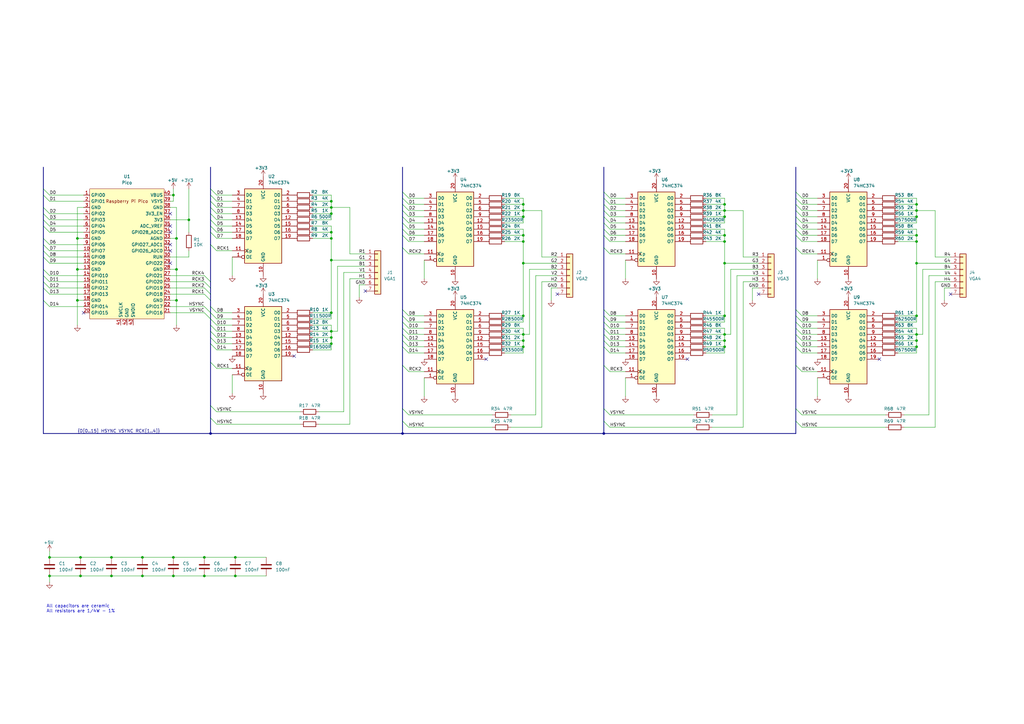
<source format=kicad_sch>
(kicad_sch (version 20211123) (generator eeschema)
  (paper "A3")
  (title_block (title "VGA Generator / Splitter") (date "2022-12-12") (rev "v0.1.0 rev.0") (company "Robson Martins") (comment 1 "https://github.com/robsonsmartins/vga_gen"))
  (junction (at 71.12 228.6))
  (junction (at 375.92 83.82))
  (junction (at 297.18 107.95))
  (junction (at 375.92 129.54))
  (junction (at 33.02 228.6))
  (junction (at 297.18 142.24))
  (junction (at 135.89 106.68))
  (junction (at 45.72 228.6))
  (junction (at 375.92 86.36))
  (junction (at 214.63 96.52))
  (junction (at 83.82 236.22))
  (junction (at 71.12 236.22))
  (junction (at 214.63 107.95))
  (junction (at 83.82 228.6))
  (junction (at 20.32 236.22))
  (junction (at 375.92 107.95))
  (junction (at 72.39 97.79))
  (junction (at 71.12 80.01))
  (junction (at 135.89 135.89))
  (junction (at 135.89 87.63))
  (junction (at 214.63 129.54))
  (junction (at 135.89 97.79))
  (junction (at 375.92 99.06))
  (junction (at 375.92 96.52))
  (junction (at 214.63 99.06))
  (junction (at 214.63 88.9))
  (junction (at 33.02 236.22))
  (junction (at 297.18 96.52))
  (junction (at 58.42 236.22))
  (junction (at 96.52 236.22))
  (junction (at 214.63 137.16))
  (junction (at 297.18 139.7))
  (junction (at 214.63 86.36))
  (junction (at 297.18 137.16))
  (junction (at 297.18 83.82))
  (junction (at 96.52 228.6))
  (junction (at 375.92 88.9))
  (junction (at 375.92 142.24))
  (junction (at 375.92 137.16))
  (junction (at 297.18 86.36))
  (junction (at 165.1 177.8))
  (junction (at 72.39 123.19))
  (junction (at 72.39 110.49))
  (junction (at 58.42 228.6))
  (junction (at 214.63 83.82))
  (junction (at 214.63 139.7))
  (junction (at 375.92 139.7))
  (junction (at 31.75 110.49))
  (junction (at 297.18 88.9))
  (junction (at 135.89 128.27))
  (junction (at 31.75 97.79))
  (junction (at 297.18 129.54))
  (junction (at 45.72 236.22))
  (junction (at 214.63 142.24))
  (junction (at 20.32 228.6))
  (junction (at 135.89 95.25))
  (junction (at 77.47 90.17))
  (junction (at 31.75 123.19))
  (junction (at 135.89 82.55))
  (junction (at 247.65 177.8))
  (junction (at 135.89 140.97))
  (junction (at 135.89 138.43))
  (junction (at 86.36 177.8))
  (junction (at 135.89 85.09))
  (junction (at 297.18 99.06))
  (no_connect (at 389.89 120.65))
  (no_connect (at 199.39 147.32))
  (no_connect (at 34.29 128.27))
  (no_connect (at 120.65 146.05))
  (no_connect (at 149.86 119.38))
  (no_connect (at 360.68 147.32))
  (no_connect (at 228.6 120.65))
  (no_connect (at 281.94 147.32))
  (no_connect (at 311.15 120.65))
  (no_connect (at 69.85 87.63))
  (no_connect (at 69.85 95.25))
  (no_connect (at 69.85 107.95))
  (no_connect (at 69.85 102.87))
  (no_connect (at 69.85 100.33))
  (no_connect (at 69.85 92.71))
  (bus_entry (at 326.39 139.7) (size 2.54 2.54))
  (bus_entry (at 326.39 142.24) (size 2.54 2.54))
  (bus_entry (at 326.39 132.08) (size 2.54 2.54))
  (bus_entry (at 326.39 149.86) (size 2.54 2.54))
  (bus_entry (at 247.65 83.82) (size 2.54 2.54))
  (bus_entry (at 165.1 88.9) (size 2.54 2.54))
  (bus_entry (at 86.36 171.45) (size 2.54 2.54))
  (bus_entry (at 86.36 166.37) (size 2.54 2.54))
  (bus_entry (at 165.1 167.64) (size 2.54 2.54))
  (bus_entry (at 165.1 129.54) (size 2.54 2.54))
  (bus_entry (at 165.1 91.44) (size 2.54 2.54))
  (bus_entry (at 247.65 81.28) (size 2.54 2.54))
  (bus_entry (at 326.39 172.72) (size 2.54 2.54))
  (bus_entry (at 247.65 149.86) (size 2.54 2.54))
  (bus_entry (at 165.1 137.16) (size 2.54 2.54))
  (bus_entry (at 165.1 142.24) (size 2.54 2.54))
  (bus_entry (at 247.65 172.72) (size 2.54 2.54))
  (bus_entry (at 247.65 88.9) (size 2.54 2.54))
  (bus_entry (at 326.39 96.52) (size 2.54 2.54))
  (bus_entry (at 165.1 93.98) (size 2.54 2.54))
  (bus_entry (at 247.65 101.6) (size 2.54 2.54))
  (bus_entry (at 247.65 137.16) (size 2.54 2.54))
  (bus_entry (at 83.82 128.27) (size 2.54 2.54))
  (bus_entry (at 83.82 125.73) (size 2.54 2.54))
  (bus_entry (at 83.82 113.03) (size 2.54 2.54))
  (bus_entry (at 83.82 115.57) (size 2.54 2.54))
  (bus_entry (at 83.82 118.11) (size 2.54 2.54))
  (bus_entry (at 83.82 120.65) (size 2.54 2.54))
  (bus_entry (at 86.36 148.59) (size 2.54 2.54))
  (bus_entry (at 86.36 100.33) (size 2.54 2.54))
  (bus_entry (at 165.1 127) (size 2.54 2.54))
  (bus_entry (at 165.1 101.6) (size 2.54 2.54))
  (bus_entry (at 165.1 83.82) (size 2.54 2.54))
  (bus_entry (at 326.39 167.64) (size 2.54 2.54))
  (bus_entry (at 165.1 149.86) (size 2.54 2.54))
  (bus_entry (at 326.39 129.54) (size 2.54 2.54))
  (bus_entry (at 247.65 132.08) (size 2.54 2.54))
  (bus_entry (at 247.65 127) (size 2.54 2.54))
  (bus_entry (at 247.65 96.52) (size 2.54 2.54))
  (bus_entry (at 165.1 172.72) (size 2.54 2.54))
  (bus_entry (at 247.65 167.64) (size 2.54 2.54))
  (bus_entry (at 326.39 127) (size 2.54 2.54))
  (bus_entry (at 165.1 96.52) (size 2.54 2.54))
  (bus_entry (at 165.1 139.7) (size 2.54 2.54))
  (bus_entry (at 247.65 78.74) (size 2.54 2.54))
  (bus_entry (at 326.39 101.6) (size 2.54 2.54))
  (bus_entry (at 326.39 137.16) (size 2.54 2.54))
  (bus_entry (at 17.78 100.33) (size 2.54 2.54))
  (bus_entry (at 17.78 97.79) (size 2.54 2.54))
  (bus_entry (at 17.78 102.87) (size 2.54 2.54))
  (bus_entry (at 17.78 105.41) (size 2.54 2.54))
  (bus_entry (at 17.78 113.03) (size 2.54 2.54))
  (bus_entry (at 17.78 110.49) (size 2.54 2.54))
  (bus_entry (at 17.78 80.01) (size 2.54 2.54))
  (bus_entry (at 17.78 85.09) (size 2.54 2.54))
  (bus_entry (at 17.78 92.71) (size 2.54 2.54))
  (bus_entry (at 17.78 90.17) (size 2.54 2.54))
  (bus_entry (at 17.78 87.63) (size 2.54 2.54))
  (bus_entry (at 17.78 118.11) (size 2.54 2.54))
  (bus_entry (at 17.78 115.57) (size 2.54 2.54))
  (bus_entry (at 17.78 123.19) (size 2.54 2.54))
  (bus_entry (at 86.36 95.25) (size 2.54 2.54))
  (bus_entry (at 86.36 92.71) (size 2.54 2.54))
  (bus_entry (at 86.36 128.27) (size 2.54 2.54))
  (bus_entry (at 86.36 125.73) (size 2.54 2.54))
  (bus_entry (at 86.36 135.89) (size 2.54 2.54))
  (bus_entry (at 86.36 133.35) (size 2.54 2.54))
  (bus_entry (at 86.36 138.43) (size 2.54 2.54))
  (bus_entry (at 86.36 130.81) (size 2.54 2.54))
  (bus_entry (at 86.36 140.97) (size 2.54 2.54))
  (bus_entry (at 86.36 87.63) (size 2.54 2.54))
  (bus_entry (at 86.36 85.09) (size 2.54 2.54))
  (bus_entry (at 86.36 77.47) (size 2.54 2.54))
  (bus_entry (at 86.36 80.01) (size 2.54 2.54))
  (bus_entry (at 86.36 82.55) (size 2.54 2.54))
  (bus_entry (at 86.36 90.17) (size 2.54 2.54))
  (bus_entry (at 165.1 86.36) (size 2.54 2.54))
  (bus_entry (at 326.39 78.74) (size 2.54 2.54))
  (bus_entry (at 247.65 139.7) (size 2.54 2.54))
  (bus_entry (at 326.39 81.28) (size 2.54 2.54))
  (bus_entry (at 165.1 134.62) (size 2.54 2.54))
  (bus_entry (at 247.65 129.54) (size 2.54 2.54))
  (bus_entry (at 247.65 86.36) (size 2.54 2.54))
  (bus_entry (at 247.65 134.62) (size 2.54 2.54))
  (bus_entry (at 247.65 93.98) (size 2.54 2.54))
  (bus_entry (at 326.39 91.44) (size 2.54 2.54))
  (bus_entry (at 326.39 83.82) (size 2.54 2.54))
  (bus_entry (at 326.39 93.98) (size 2.54 2.54))
  (bus_entry (at 326.39 86.36) (size 2.54 2.54))
  (bus_entry (at 326.39 88.9) (size 2.54 2.54))
  (bus_entry (at 165.1 132.08) (size 2.54 2.54))
  (bus_entry (at 165.1 81.28) (size 2.54 2.54))
  (bus_entry (at 326.39 134.62) (size 2.54 2.54))
  (bus_entry (at 247.65 91.44) (size 2.54 2.54))
  (bus_entry (at 17.78 77.47) (size 2.54 2.54))
  (bus_entry (at 165.1 78.74) (size 2.54 2.54))
  (bus_entry (at 247.65 142.24) (size 2.54 2.54))
  (bus (pts (xy 247.65 177.8) (xy 326.39 177.8)))
  (wire (pts (xy 297.18 83.82) (xy 297.18 81.28)))
  (bus (pts (xy 86.36 171.45) (xy 86.36 177.8)))
  (wire (pts (xy 328.93 152.4) (xy 335.28 152.4)))
  (wire (pts (xy 328.93 170.18) (xy 363.22 170.18)))
  (bus (pts (xy 326.39 86.36) (xy 326.39 88.9)))
  (bus (pts (xy 326.39 78.74) (xy 326.39 81.28)))
  (wire (pts (xy 88.9 135.89) (xy 95.25 135.89)))
  (wire (pts (xy 71.12 80.01) (xy 71.12 77.47)))
  (bus (pts (xy 326.39 134.62) (xy 326.39 137.16)))
  (wire (pts (xy 328.93 129.54) (xy 335.28 129.54)))
  (bus (pts (xy 247.65 101.6) (xy 247.65 127)))
  (wire (pts (xy 250.19 175.26) (xy 284.48 175.26)))
  (bus (pts (xy 86.36 177.8) (xy 165.1 177.8)))
  (wire (pts (xy 387.35 123.19) (xy 387.35 118.11)))
  (wire (pts (xy 20.32 100.33) (xy 34.29 100.33)))
  (wire (pts (xy 219.71 113.03) (xy 228.6 113.03)))
  (wire (pts (xy 328.93 132.08) (xy 335.28 132.08)))
  (bus (pts (xy 86.36 128.27) (xy 86.36 130.81)))
  (wire (pts (xy 328.93 139.7) (xy 335.28 139.7)))
  (wire (pts (xy 297.18 132.08) (xy 297.18 129.54)))
  (wire (pts (xy 20.32 236.22) (xy 20.32 238.76)))
  (bus (pts (xy 165.1 101.6) (xy 165.1 127)))
  (wire (pts (xy 214.63 96.52) (xy 214.63 93.98)))
  (wire (pts (xy 69.85 120.65) (xy 83.82 120.65)))
  (wire (pts (xy 250.19 88.9) (xy 256.54 88.9)))
  (bus (pts (xy 86.36 130.81) (xy 86.36 133.35)))
  (wire (pts (xy 375.92 86.36) (xy 375.92 83.82)))
  (bus (pts (xy 247.65 142.24) (xy 247.65 149.86)))
  (bus (pts (xy 165.1 142.24) (xy 165.1 149.86)))
  (bus (pts (xy 165.1 172.72) (xy 165.1 177.8)))
  (wire (pts (xy 217.17 110.49) (xy 228.6 110.49)))
  (wire (pts (xy 88.9 168.91) (xy 123.19 168.91)))
  (wire (pts (xy 20.32 120.65) (xy 34.29 120.65)))
  (wire (pts (xy 128.27 130.81) (xy 135.89 130.81)))
  (wire (pts (xy 304.8 175.26) (xy 304.8 115.57)))
  (wire (pts (xy 297.18 91.44) (xy 297.18 88.9)))
  (wire (pts (xy 289.56 132.08) (xy 297.18 132.08)))
  (wire (pts (xy 20.32 87.63) (xy 34.29 87.63)))
  (wire (pts (xy 375.92 83.82) (xy 375.92 81.28)))
  (wire (pts (xy 387.35 118.11) (xy 389.89 118.11)))
  (bus (pts (xy 17.78 102.87) (xy 17.78 105.41)))
  (wire (pts (xy 96.52 228.6) (xy 109.22 228.6)))
  (wire (pts (xy 304.8 86.36) (xy 304.8 105.41)))
  (wire (pts (xy 299.72 137.16) (xy 299.72 110.49)))
  (bus (pts (xy 165.1 86.36) (xy 165.1 88.9)))
  (wire (pts (xy 31.75 85.09) (xy 31.75 97.79)))
  (bus (pts (xy 247.65 167.64) (xy 247.65 172.72)))
  (wire (pts (xy 135.89 82.55) (xy 135.89 80.01)))
  (wire (pts (xy 95.25 153.67) (xy 95.25 161.29)))
  (wire (pts (xy 128.27 87.63) (xy 135.89 87.63)))
  (wire (pts (xy 214.63 137.16) (xy 217.17 137.16)))
  (bus (pts (xy 17.78 90.17) (xy 17.78 92.71)))
  (wire (pts (xy 304.8 105.41) (xy 311.15 105.41)))
  (wire (pts (xy 214.63 107.95) (xy 214.63 129.54)))
  (bus (pts (xy 86.36 80.01) (xy 86.36 82.55)))
  (wire (pts (xy 308.61 118.11) (xy 311.15 118.11)))
  (bus (pts (xy 247.65 127) (xy 247.65 129.54)))
  (bus (pts (xy 17.78 100.33) (xy 17.78 102.87)))
  (bus (pts (xy 165.1 137.16) (xy 165.1 139.7)))
  (bus (pts (xy 326.39 129.54) (xy 326.39 132.08)))
  (wire (pts (xy 375.92 137.16) (xy 378.46 137.16)))
  (wire (pts (xy 20.32 228.6) (xy 33.02 228.6)))
  (bus (pts (xy 165.1 91.44) (xy 165.1 93.98)))
  (bus (pts (xy 17.78 123.19) (xy 17.78 177.8)))
  (wire (pts (xy 135.89 97.79) (xy 135.89 106.68)))
  (wire (pts (xy 20.32 95.25) (xy 34.29 95.25)))
  (wire (pts (xy 368.3 96.52) (xy 375.92 96.52)))
  (wire (pts (xy 250.19 104.14) (xy 256.54 104.14)))
  (wire (pts (xy 328.93 91.44) (xy 335.28 91.44)))
  (wire (pts (xy 72.39 133.35) (xy 72.39 123.19)))
  (bus (pts (xy 17.78 113.03) (xy 17.78 115.57)))
  (wire (pts (xy 77.47 90.17) (xy 77.47 77.47)))
  (wire (pts (xy 250.19 132.08) (xy 256.54 132.08)))
  (wire (pts (xy 375.92 81.28) (xy 368.3 81.28)))
  (wire (pts (xy 214.63 83.82) (xy 214.63 81.28)))
  (wire (pts (xy 289.56 129.54) (xy 297.18 129.54)))
  (wire (pts (xy 375.92 134.62) (xy 368.3 134.62)))
  (wire (pts (xy 375.92 91.44) (xy 375.92 88.9)))
  (wire (pts (xy 209.55 175.26) (xy 222.25 175.26)))
  (wire (pts (xy 335.28 106.68) (xy 335.28 114.3)))
  (wire (pts (xy 250.19 83.82) (xy 256.54 83.82)))
  (wire (pts (xy 69.85 118.11) (xy 83.82 118.11)))
  (wire (pts (xy 135.89 140.97) (xy 135.89 138.43)))
  (wire (pts (xy 88.9 87.63) (xy 95.25 87.63)))
  (wire (pts (xy 20.32 125.73) (xy 34.29 125.73)))
  (wire (pts (xy 88.9 82.55) (xy 95.25 82.55)))
  (wire (pts (xy 214.63 144.78) (xy 214.63 142.24)))
  (wire (pts (xy 214.63 93.98) (xy 207.01 93.98)))
  (wire (pts (xy 289.56 137.16) (xy 297.18 137.16)))
  (wire (pts (xy 72.39 123.19) (xy 72.39 110.49)))
  (wire (pts (xy 335.28 154.94) (xy 335.28 162.56)))
  (bus (pts (xy 165.1 81.28) (xy 165.1 83.82)))
  (wire (pts (xy 167.64 152.4) (xy 173.99 152.4)))
  (wire (pts (xy 328.93 88.9) (xy 335.28 88.9)))
  (wire (pts (xy 77.47 105.41) (xy 77.47 102.87)))
  (wire (pts (xy 173.99 106.68) (xy 173.99 114.3)))
  (bus (pts (xy 247.65 91.44) (xy 247.65 93.98)))
  (wire (pts (xy 128.27 138.43) (xy 135.89 138.43)))
  (wire (pts (xy 128.27 143.51) (xy 135.89 143.51)))
  (wire (pts (xy 375.92 93.98) (xy 368.3 93.98)))
  (bus (pts (xy 165.1 129.54) (xy 165.1 132.08)))
  (bus (pts (xy 326.39 167.64) (xy 326.39 172.72)))
  (wire (pts (xy 207.01 99.06) (xy 214.63 99.06)))
  (wire (pts (xy 95.25 105.41) (xy 95.25 113.03)))
  (bus (pts (xy 86.36 138.43) (xy 86.36 140.97)))
  (bus (pts (xy 326.39 132.08) (xy 326.39 134.62)))
  (wire (pts (xy 33.02 236.22) (xy 45.72 236.22)))
  (wire (pts (xy 297.18 139.7) (xy 297.18 137.16)))
  (wire (pts (xy 88.9 85.09) (xy 95.25 85.09)))
  (bus (pts (xy 17.78 87.63) (xy 17.78 90.17)))
  (wire (pts (xy 375.92 142.24) (xy 375.92 139.7)))
  (wire (pts (xy 370.84 175.26) (xy 383.54 175.26)))
  (wire (pts (xy 88.9 140.97) (xy 95.25 140.97)))
  (wire (pts (xy 302.26 113.03) (xy 311.15 113.03)))
  (wire (pts (xy 167.64 139.7) (xy 173.99 139.7)))
  (wire (pts (xy 289.56 83.82) (xy 297.18 83.82)))
  (wire (pts (xy 368.3 142.24) (xy 375.92 142.24)))
  (wire (pts (xy 71.12 236.22) (xy 83.82 236.22)))
  (wire (pts (xy 88.9 97.79) (xy 95.25 97.79)))
  (wire (pts (xy 128.27 90.17) (xy 135.89 90.17)))
  (wire (pts (xy 135.89 85.09) (xy 135.89 82.55)))
  (bus (pts (xy 326.39 137.16) (xy 326.39 139.7)))
  (wire (pts (xy 58.42 236.22) (xy 71.12 236.22)))
  (bus (pts (xy 17.78 68.58) (xy 17.78 77.47)))
  (wire (pts (xy 130.81 168.91) (xy 140.97 168.91)))
  (wire (pts (xy 207.01 142.24) (xy 214.63 142.24)))
  (bus (pts (xy 86.36 77.47) (xy 86.36 80.01)))
  (wire (pts (xy 88.9 92.71) (xy 95.25 92.71)))
  (bus (pts (xy 86.36 85.09) (xy 86.36 87.63)))
  (bus (pts (xy 326.39 101.6) (xy 326.39 127)))
  (wire (pts (xy 207.01 86.36) (xy 214.63 86.36)))
  (wire (pts (xy 31.75 123.19) (xy 34.29 123.19)))
  (wire (pts (xy 368.3 144.78) (xy 375.92 144.78)))
  (wire (pts (xy 88.9 133.35) (xy 95.25 133.35)))
  (wire (pts (xy 328.93 175.26) (xy 363.22 175.26)))
  (bus (pts (xy 247.65 83.82) (xy 247.65 86.36)))
  (bus (pts (xy 86.36 133.35) (xy 86.36 135.89)))
  (bus (pts (xy 17.78 97.79) (xy 17.78 100.33)))
  (wire (pts (xy 328.93 81.28) (xy 335.28 81.28)))
  (wire (pts (xy 375.92 139.7) (xy 375.92 137.16)))
  (wire (pts (xy 256.54 106.68) (xy 256.54 114.3)))
  (bus (pts (xy 86.36 92.71) (xy 86.36 95.25)))
  (wire (pts (xy 368.3 99.06) (xy 375.92 99.06)))
  (wire (pts (xy 135.89 80.01) (xy 128.27 80.01)))
  (bus (pts (xy 247.65 172.72) (xy 247.65 177.8)))
  (bus (pts (xy 247.65 132.08) (xy 247.65 134.62)))
  (bus (pts (xy 247.65 88.9) (xy 247.65 91.44)))
  (wire (pts (xy 328.93 144.78) (xy 335.28 144.78)))
  (wire (pts (xy 20.32 82.55) (xy 34.29 82.55)))
  (wire (pts (xy 297.18 99.06) (xy 297.18 96.52)))
  (wire (pts (xy 214.63 99.06) (xy 214.63 107.95)))
  (bus (pts (xy 17.78 115.57) (xy 17.78 118.11)))
  (wire (pts (xy 375.92 86.36) (xy 383.54 86.36)))
  (wire (pts (xy 167.64 93.98) (xy 173.99 93.98)))
  (wire (pts (xy 328.93 86.36) (xy 335.28 86.36)))
  (wire (pts (xy 292.1 175.26) (xy 304.8 175.26)))
  (bus (pts (xy 17.78 77.47) (xy 17.78 80.01)))
  (wire (pts (xy 167.64 81.28) (xy 173.99 81.28)))
  (wire (pts (xy 135.89 106.68) (xy 149.86 106.68)))
  (wire (pts (xy 20.32 226.06) (xy 20.32 228.6)))
  (bus (pts (xy 326.39 93.98) (xy 326.39 96.52)))
  (wire (pts (xy 135.89 95.25) (xy 135.89 92.71)))
  (wire (pts (xy 167.64 132.08) (xy 173.99 132.08)))
  (wire (pts (xy 31.75 97.79) (xy 31.75 110.49)))
  (bus (pts (xy 165.1 134.62) (xy 165.1 137.16)))
  (wire (pts (xy 297.18 137.16) (xy 299.72 137.16)))
  (wire (pts (xy 297.18 144.78) (xy 297.18 142.24)))
  (bus (pts (xy 326.39 172.72) (xy 326.39 177.8)))
  (wire (pts (xy 71.12 82.55) (xy 71.12 80.01)))
  (wire (pts (xy 143.51 104.14) (xy 149.86 104.14)))
  (wire (pts (xy 34.29 97.79) (xy 31.75 97.79)))
  (wire (pts (xy 20.32 80.01) (xy 34.29 80.01)))
  (wire (pts (xy 69.85 125.73) (xy 83.82 125.73)))
  (wire (pts (xy 297.18 99.06) (xy 297.18 107.95)))
  (wire (pts (xy 72.39 85.09) (xy 69.85 85.09)))
  (wire (pts (xy 214.63 134.62) (xy 207.01 134.62)))
  (bus (pts (xy 17.78 92.71) (xy 17.78 97.79)))
  (wire (pts (xy 167.64 129.54) (xy 173.99 129.54)))
  (wire (pts (xy 217.17 137.16) (xy 217.17 110.49)))
  (wire (pts (xy 219.71 170.18) (xy 219.71 113.03)))
  (wire (pts (xy 69.85 128.27) (xy 83.82 128.27)))
  (wire (pts (xy 88.9 90.17) (xy 95.25 90.17)))
  (wire (pts (xy 88.9 138.43) (xy 95.25 138.43)))
  (bus (pts (xy 247.65 93.98) (xy 247.65 96.52)))
  (wire (pts (xy 88.9 130.81) (xy 95.25 130.81)))
  (wire (pts (xy 299.72 110.49) (xy 311.15 110.49)))
  (wire (pts (xy 222.25 115.57) (xy 228.6 115.57)))
  (bus (pts (xy 326.39 96.52) (xy 326.39 101.6)))
  (wire (pts (xy 128.27 140.97) (xy 135.89 140.97)))
  (wire (pts (xy 222.25 86.36) (xy 222.25 105.41)))
  (wire (pts (xy 135.89 92.71) (xy 128.27 92.71)))
  (wire (pts (xy 383.54 86.36) (xy 383.54 105.41)))
  (wire (pts (xy 214.63 139.7) (xy 214.63 137.16)))
  (wire (pts (xy 328.93 96.52) (xy 335.28 96.52)))
  (wire (pts (xy 375.92 99.06) (xy 375.92 96.52)))
  (wire (pts (xy 128.27 85.09) (xy 135.89 85.09)))
  (wire (pts (xy 72.39 123.19) (xy 69.85 123.19)))
  (wire (pts (xy 128.27 97.79) (xy 135.89 97.79)))
  (wire (pts (xy 289.56 99.06) (xy 297.18 99.06)))
  (wire (pts (xy 289.56 86.36) (xy 297.18 86.36)))
  (wire (pts (xy 167.64 86.36) (xy 173.99 86.36)))
  (wire (pts (xy 250.19 142.24) (xy 256.54 142.24)))
  (bus (pts (xy 247.65 149.86) (xy 247.65 167.64)))
  (wire (pts (xy 375.92 132.08) (xy 375.92 129.54)))
  (bus (pts (xy 326.39 81.28) (xy 326.39 83.82)))
  (wire (pts (xy 135.89 135.89) (xy 138.43 135.89)))
  (wire (pts (xy 58.42 228.6) (xy 71.12 228.6)))
  (wire (pts (xy 368.3 86.36) (xy 375.92 86.36)))
  (bus (pts (xy 86.36 125.73) (xy 86.36 128.27)))
  (wire (pts (xy 250.19 86.36) (xy 256.54 86.36)))
  (wire (pts (xy 69.85 115.57) (xy 83.82 115.57)))
  (wire (pts (xy 214.63 91.44) (xy 214.63 88.9)))
  (wire (pts (xy 20.32 236.22) (xy 33.02 236.22)))
  (wire (pts (xy 34.29 85.09) (xy 31.75 85.09)))
  (wire (pts (xy 297.18 81.28) (xy 289.56 81.28)))
  (wire (pts (xy 167.64 96.52) (xy 173.99 96.52)))
  (wire (pts (xy 167.64 91.44) (xy 173.99 91.44)))
  (wire (pts (xy 20.32 105.41) (xy 34.29 105.41)))
  (bus (pts (xy 165.1 68.58) (xy 165.1 78.74)))
  (wire (pts (xy 33.02 228.6) (xy 45.72 228.6)))
  (wire (pts (xy 375.92 144.78) (xy 375.92 142.24)))
  (wire (pts (xy 207.01 129.54) (xy 214.63 129.54)))
  (bus (pts (xy 86.36 148.59) (xy 86.36 166.37)))
  (bus (pts (xy 86.36 123.19) (xy 86.36 125.73)))
  (wire (pts (xy 368.3 137.16) (xy 375.92 137.16)))
  (wire (pts (xy 207.01 83.82) (xy 214.63 83.82)))
  (wire (pts (xy 138.43 135.89) (xy 138.43 109.22)))
  (wire (pts (xy 31.75 110.49) (xy 34.29 110.49)))
  (wire (pts (xy 328.93 104.14) (xy 335.28 104.14)))
  (wire (pts (xy 207.01 96.52) (xy 214.63 96.52)))
  (wire (pts (xy 130.81 173.99) (xy 143.51 173.99)))
  (wire (pts (xy 289.56 96.52) (xy 297.18 96.52)))
  (bus (pts (xy 165.1 93.98) (xy 165.1 96.52)))
  (wire (pts (xy 214.63 132.08) (xy 214.63 129.54)))
  (wire (pts (xy 250.19 96.52) (xy 256.54 96.52)))
  (wire (pts (xy 222.25 175.26) (xy 222.25 115.57)))
  (bus (pts (xy 165.1 78.74) (xy 165.1 81.28)))
  (bus (pts (xy 86.36 177.8) (xy 17.78 177.8)))
  (wire (pts (xy 173.99 154.94) (xy 173.99 162.56)))
  (wire (pts (xy 370.84 170.18) (xy 381 170.18)))
  (bus (pts (xy 326.39 139.7) (xy 326.39 142.24)))
  (wire (pts (xy 250.19 93.98) (xy 256.54 93.98)))
  (bus (pts (xy 326.39 127) (xy 326.39 129.54)))
  (bus (pts (xy 86.36 115.57) (xy 86.36 118.11)))
  (wire (pts (xy 69.85 113.03) (xy 83.82 113.03)))
  (bus (pts (xy 17.78 105.41) (xy 17.78 110.49)))
  (bus (pts (xy 247.65 134.62) (xy 247.65 137.16)))
  (wire (pts (xy 209.55 170.18) (xy 219.71 170.18)))
  (wire (pts (xy 250.19 91.44) (xy 256.54 91.44)))
  (wire (pts (xy 304.8 115.57) (xy 311.15 115.57)))
  (bus (pts (xy 17.78 110.49) (xy 17.78 113.03)))
  (wire (pts (xy 368.3 129.54) (xy 375.92 129.54)))
  (wire (pts (xy 88.9 80.01) (xy 95.25 80.01)))
  (bus (pts (xy 326.39 91.44) (xy 326.39 93.98)))
  (wire (pts (xy 328.93 142.24) (xy 335.28 142.24)))
  (wire (pts (xy 140.97 111.76) (xy 149.86 111.76)))
  (bus (pts (xy 326.39 83.82) (xy 326.39 86.36)))
  (wire (pts (xy 88.9 102.87) (xy 95.25 102.87)))
  (bus (pts (xy 247.65 81.28) (xy 247.65 83.82)))
  (wire (pts (xy 135.89 130.81) (xy 135.89 128.27)))
  (bus (pts (xy 165.1 127) (xy 165.1 129.54)))
  (wire (pts (xy 72.39 110.49) (xy 72.39 97.79)))
  (bus (pts (xy 86.36 166.37) (xy 86.36 171.45)))
  (wire (pts (xy 250.19 99.06) (xy 256.54 99.06)))
  (wire (pts (xy 128.27 95.25) (xy 135.89 95.25)))
  (wire (pts (xy 368.3 88.9) (xy 375.92 88.9)))
  (wire (pts (xy 72.39 97.79) (xy 72.39 85.09)))
  (wire (pts (xy 375.92 88.9) (xy 375.92 86.36)))
  (wire (pts (xy 226.06 123.19) (xy 226.06 118.11)))
  (wire (pts (xy 250.19 134.62) (xy 256.54 134.62)))
  (wire (pts (xy 140.97 168.91) (xy 140.97 111.76)))
  (wire (pts (xy 83.82 228.6) (xy 96.52 228.6)))
  (wire (pts (xy 135.89 135.89) (xy 135.89 133.35)))
  (wire (pts (xy 297.18 86.36) (xy 297.18 83.82)))
  (bus (pts (xy 86.36 82.55) (xy 86.36 85.09)))
  (wire (pts (xy 135.89 85.09) (xy 143.51 85.09)))
  (wire (pts (xy 214.63 142.24) (xy 214.63 139.7)))
  (wire (pts (xy 250.19 139.7) (xy 256.54 139.7)))
  (wire (pts (xy 214.63 107.95) (xy 228.6 107.95)))
  (bus (pts (xy 17.78 85.09) (xy 17.78 87.63)))
  (wire (pts (xy 289.56 88.9) (xy 297.18 88.9)))
  (bus (pts (xy 247.65 68.58) (xy 247.65 78.74)))
  (wire (pts (xy 378.46 137.16) (xy 378.46 110.49)))
  (wire (pts (xy 226.06 118.11) (xy 228.6 118.11)))
  (wire (pts (xy 328.93 134.62) (xy 335.28 134.62)))
  (wire (pts (xy 207.01 137.16) (xy 214.63 137.16)))
  (bus (pts (xy 86.36 118.11) (xy 86.36 120.65)))
  (bus (pts (xy 247.65 139.7) (xy 247.65 142.24)))
  (wire (pts (xy 297.18 107.95) (xy 311.15 107.95)))
  (bus (pts (xy 247.65 78.74) (xy 247.65 81.28)))
  (bus (pts (xy 326.39 142.24) (xy 326.39 149.86)))
  (bus (pts (xy 247.65 137.16) (xy 247.65 139.7)))
  (bus (pts (xy 86.36 120.65) (xy 86.36 123.19)))
  (wire (pts (xy 250.19 129.54) (xy 256.54 129.54)))
  (wire (pts (xy 375.92 137.16) (xy 375.92 134.62)))
  (wire (pts (xy 308.61 123.19) (xy 308.61 118.11)))
  (wire (pts (xy 297.18 142.24) (xy 297.18 139.7)))
  (wire (pts (xy 167.64 83.82) (xy 173.99 83.82)))
  (wire (pts (xy 375.92 107.95) (xy 375.92 129.54)))
  (wire (pts (xy 128.27 82.55) (xy 135.89 82.55)))
  (wire (pts (xy 88.9 128.27) (xy 95.25 128.27)))
  (wire (pts (xy 378.46 110.49) (xy 389.89 110.49)))
  (wire (pts (xy 297.18 93.98) (xy 289.56 93.98)))
  (wire (pts (xy 20.32 102.87) (xy 34.29 102.87)))
  (wire (pts (xy 289.56 144.78) (xy 297.18 144.78)))
  (wire (pts (xy 250.19 152.4) (xy 256.54 152.4)))
  (wire (pts (xy 69.85 90.17) (xy 77.47 90.17)))
  (bus (pts (xy 165.1 96.52) (xy 165.1 101.6)))
  (wire (pts (xy 167.64 137.16) (xy 173.99 137.16)))
  (wire (pts (xy 135.89 90.17) (xy 135.89 87.63)))
  (wire (pts (xy 138.43 109.22) (xy 149.86 109.22)))
  (wire (pts (xy 214.63 99.06) (xy 214.63 96.52)))
  (wire (pts (xy 20.32 107.95) (xy 34.29 107.95)))
  (bus (pts (xy 17.78 80.01) (xy 17.78 85.09)))
  (wire (pts (xy 167.64 99.06) (xy 173.99 99.06)))
  (wire (pts (xy 207.01 132.08) (xy 214.63 132.08)))
  (wire (pts (xy 214.63 86.36) (xy 214.63 83.82)))
  (wire (pts (xy 88.9 143.51) (xy 95.25 143.51)))
  (wire (pts (xy 147.32 121.92) (xy 147.32 116.84)))
  (wire (pts (xy 207.01 144.78) (xy 214.63 144.78)))
  (wire (pts (xy 71.12 228.6) (xy 83.82 228.6)))
  (wire (pts (xy 69.85 105.41) (xy 77.47 105.41)))
  (wire (pts (xy 368.3 139.7) (xy 375.92 139.7)))
  (wire (pts (xy 292.1 170.18) (xy 302.26 170.18)))
  (wire (pts (xy 207.01 88.9) (xy 214.63 88.9)))
  (wire (pts (xy 297.18 96.52) (xy 297.18 93.98)))
  (bus (pts (xy 86.36 135.89) (xy 86.36 138.43)))
  (bus (pts (xy 165.1 177.8) (xy 247.65 177.8)))
  (wire (pts (xy 297.18 134.62) (xy 289.56 134.62)))
  (wire (pts (xy 297.18 137.16) (xy 297.18 134.62)))
  (wire (pts (xy 167.64 104.14) (xy 173.99 104.14)))
  (wire (pts (xy 368.3 132.08) (xy 375.92 132.08)))
  (wire (pts (xy 20.32 90.17) (xy 34.29 90.17)))
  (wire (pts (xy 375.92 99.06) (xy 375.92 107.95)))
  (wire (pts (xy 96.52 236.22) (xy 109.22 236.22)))
  (wire (pts (xy 328.93 83.82) (xy 335.28 83.82)))
  (wire (pts (xy 20.32 118.11) (xy 34.29 118.11)))
  (wire (pts (xy 383.54 175.26) (xy 383.54 115.57)))
  (wire (pts (xy 302.26 170.18) (xy 302.26 113.03)))
  (wire (pts (xy 250.19 144.78) (xy 256.54 144.78)))
  (wire (pts (xy 20.32 115.57) (xy 34.29 115.57)))
  (bus (pts (xy 326.39 149.86) (xy 326.39 167.64)))
  (wire (pts (xy 31.75 123.19) (xy 31.75 110.49)))
  (bus (pts (xy 326.39 88.9) (xy 326.39 91.44)))
  (wire (pts (xy 375.92 96.52) (xy 375.92 93.98)))
  (bus (pts (xy 247.65 96.52) (xy 247.65 101.6)))
  (wire (pts (xy 368.3 91.44) (xy 375.92 91.44)))
  (wire (pts (xy 135.89 143.51) (xy 135.89 140.97)))
  (wire (pts (xy 69.85 97.79) (xy 72.39 97.79)))
  (wire (pts (xy 143.51 85.09) (xy 143.51 104.14)))
  (wire (pts (xy 207.01 139.7) (xy 214.63 139.7)))
  (wire (pts (xy 328.93 137.16) (xy 335.28 137.16)))
  (wire (pts (xy 214.63 81.28) (xy 207.01 81.28)))
  (wire (pts (xy 375.92 107.95) (xy 389.89 107.95)))
  (bus (pts (xy 86.36 87.63) (xy 86.36 90.17)))
  (wire (pts (xy 383.54 105.41) (xy 389.89 105.41)))
  (wire (pts (xy 88.9 95.25) (xy 95.25 95.25)))
  (wire (pts (xy 289.56 142.24) (xy 297.18 142.24)))
  (bus (pts (xy 165.1 88.9) (xy 165.1 91.44)))
  (wire (pts (xy 128.27 135.89) (xy 135.89 135.89)))
  (wire (pts (xy 135.89 106.68) (xy 135.89 128.27)))
  (wire (pts (xy 167.64 88.9) (xy 173.99 88.9)))
  (wire (pts (xy 289.56 139.7) (xy 297.18 139.7)))
  (bus (pts (xy 86.36 90.17) (xy 86.36 92.71)))
  (wire (pts (xy 297.18 88.9) (xy 297.18 86.36)))
  (wire (pts (xy 214.63 86.36) (xy 222.25 86.36)))
  (wire (pts (xy 135.89 138.43) (xy 135.89 135.89)))
  (wire (pts (xy 20.32 113.03) (xy 34.29 113.03)))
  (wire (pts (xy 88.9 173.99) (xy 123.19 173.99)))
  (bus (pts (xy 165.1 149.86) (xy 165.1 167.64)))
  (wire (pts (xy 167.64 175.26) (xy 201.93 175.26)))
  (wire (pts (xy 143.51 114.3) (xy 149.86 114.3)))
  (wire (pts (xy 383.54 115.57) (xy 389.89 115.57)))
  (wire (pts (xy 328.93 99.06) (xy 335.28 99.06)))
  (bus (pts (xy 86.36 100.33) (xy 86.36 115.57)))
  (wire (pts (xy 250.19 170.18) (xy 284.48 170.18)))
  (wire (pts (xy 147.32 116.84) (xy 149.86 116.84)))
  (bus (pts (xy 165.1 167.64) (xy 165.1 172.72)))
  (bus (pts (xy 86.36 95.25) (xy 86.36 100.33)))
  (bus (pts (xy 86.36 68.58) (xy 86.36 77.47)))
  (wire (pts (xy 45.72 236.22) (xy 58.42 236.22)))
  (bus (pts (xy 165.1 83.82) (xy 165.1 86.36)))
  (wire (pts (xy 128.27 128.27) (xy 135.89 128.27)))
  (wire (pts (xy 167.64 134.62) (xy 173.99 134.62)))
  (bus (pts (xy 247.65 86.36) (xy 247.65 88.9)))
  (bus (pts (xy 17.78 118.11) (xy 17.78 123.19)))
  (wire (pts (xy 135.89 87.63) (xy 135.89 85.09)))
  (wire (pts (xy 381 113.03) (xy 389.89 113.03)))
  (wire (pts (xy 250.19 137.16) (xy 256.54 137.16)))
  (wire (pts (xy 214.63 137.16) (xy 214.63 134.62)))
  (wire (pts (xy 214.63 88.9) (xy 214.63 86.36)))
  (wire (pts (xy 20.32 92.71) (xy 34.29 92.71)))
  (wire (pts (xy 31.75 133.35) (xy 31.75 123.19)))
  (wire (pts (xy 207.01 91.44) (xy 214.63 91.44)))
  (wire (pts (xy 368.3 83.82) (xy 375.92 83.82)))
  (bus (pts (xy 165.1 132.08) (xy 165.1 134.62)))
  (wire (pts (xy 135.89 133.35) (xy 128.27 133.35)))
  (wire (pts (xy 328.93 93.98) (xy 335.28 93.98)))
  (wire (pts (xy 83.82 236.22) (xy 96.52 236.22)))
  (wire (pts (xy 69.85 80.01) (xy 71.12 80.01)))
  (wire (pts (xy 167.64 170.18) (xy 201.93 170.18)))
  (wire (pts (xy 77.47 90.17) (xy 77.47 95.25)))
  (wire (pts (xy 297.18 86.36) (xy 304.8 86.36)))
  (bus (pts (xy 86.36 140.97) (xy 86.36 148.59)))
  (wire (pts (xy 289.56 91.44) (xy 297.18 91.44)))
  (wire (pts (xy 381 170.18) (xy 381 113.03)))
  (wire (pts (xy 45.72 228.6) (xy 58.42 228.6)))
  (bus (pts (xy 326.39 68.58) (xy 326.39 78.74)))
  (wire (pts (xy 167.64 142.24) (xy 173.99 142.24)))
  (wire (pts (xy 297.18 107.95) (xy 297.18 129.54)))
  (wire (pts (xy 135.89 97.79) (xy 135.89 95.25)))
  (bus (pts (xy 247.65 129.54) (xy 247.65 132.08)))
  (wire (pts (xy 88.9 151.13) (xy 95.25 151.13)))
  (wire (pts (xy 143.51 173.99) (xy 143.51 114.3)))
  (wire (pts (xy 256.54 154.94) (xy 256.54 162.56)))
  (wire (pts (xy 167.64 144.78) (xy 173.99 144.78)))
  (bus (pts (xy 165.1 139.7) (xy 165.1 142.24)))
  (wire (pts (xy 250.19 81.28) (xy 256.54 81.28)))
  (wire (pts (xy 222.25 105.41) (xy 228.6 105.41)))
  (wire (pts (xy 72.39 110.49) (xy 69.85 110.49)))
  (wire (pts (xy 69.85 82.55) (xy 71.12 82.55)))
  (text "All capacitors are ceramic\nAll resistors are 1/4W - 1%" (at 19.05 251.46 0) (effects (font (size 1.27 1.27)) (justify left bottom)))
  (label "D12" (at 328.93 139.7 0))
  (label "RCK1" (at 88.9 102.87 0))
  (label "D11" (at 20.32 115.57 0))
  (label "H1" (at 149.86 114.3 180))
  (label "D8" (at 167.64 129.54 0))
  (label "D6" (at 250.19 96.52 0))
  (label "VSYNC" (at 88.9 168.91 0))
  (label "D3" (at 20.32 90.17 0))
  (label "VSYNC" (at 167.64 170.18 0))
  (label "VSYNC" (at 328.93 170.18 0))
  (label "B2" (at 228.6 110.49 180))
  (label "D9" (at 20.32 107.95 0))
  (label "D10" (at 328.93 134.62 0))
  (label "{D[0..15] HSYNC VSYNC RCK[1..4]}" (at 31.75 177.8 0))
  (label "GND" (at 228.6 118.11 180))
  (label "RCK1" (at 83.82 120.65 180))
  (label "D1" (at 250.19 83.82 0))
  (label "D12" (at 20.32 118.11 0))
  (label "D8" (at 250.19 129.54 0))
  (label "RCK4" (at 328.93 152.4 0))
  (label "D11" (at 328.93 137.16 0))
  (label "D6" (at 20.32 100.33 0))
  (label "D0" (at 20.32 80.01 0))
  (label "D10" (at 20.32 113.03 0))
  (label "G2" (at 228.6 107.95 180))
  (label "D2" (at 88.9 85.09 0))
  (label "D1" (at 328.93 83.82 0))
  (label "GND" (at 311.15 118.11 180))
  (label "D4" (at 328.93 91.44 0))
  (label "RCK2" (at 167.64 152.4 0))
  (label "D0" (at 250.19 81.28 0))
  (label "D11" (at 167.64 137.16 0))
  (label "D13" (at 167.64 142.24 0))
  (label "D7" (at 167.64 99.06 0))
  (label "D4" (at 167.64 91.44 0))
  (label "D0" (at 88.9 80.01 0))
  (label "D9" (at 88.9 130.81 0))
  (label "D3" (at 250.19 88.9 0))
  (label "D10" (at 88.9 133.35 0))
  (label "H4" (at 389.89 115.57 180))
  (label "R3" (at 311.15 105.41 180))
  (label "D12" (at 250.19 139.7 0))
  (label "D4" (at 20.32 92.71 0))
  (label "G3" (at 311.15 107.95 180))
  (label "G1" (at 149.86 106.68 180))
  (label "R1" (at 149.86 104.14 180))
  (label "D4" (at 250.19 91.44 0))
  (label "HSYNC" (at 250.19 175.26 0))
  (label "D14" (at 167.64 144.78 0))
  (label "D10" (at 250.19 134.62 0))
  (label "D0" (at 328.93 81.28 0))
  (label "D8" (at 328.93 129.54 0))
  (label "D9" (at 250.19 132.08 0))
  (label "RCK2" (at 83.82 118.11 180))
  (label "D12" (at 167.64 139.7 0))
  (label "D3" (at 88.9 87.63 0))
  (label "D6" (at 88.9 95.25 0))
  (label "D7" (at 250.19 99.06 0))
  (label "D6" (at 328.93 96.52 0))
  (label "D8" (at 88.9 128.27 0))
  (label "D9" (at 167.64 132.08 0))
  (label "B3" (at 311.15 110.49 180))
  (label "D13" (at 88.9 140.97 0))
  (label "GND" (at 389.89 118.11 180))
  (label "RCK3" (at 250.19 152.4 0))
  (label "RCK2" (at 167.64 104.14 0))
  (label "RCK3" (at 83.82 115.57 180))
  (label "D11" (at 250.19 137.16 0))
  (label "D5" (at 328.93 93.98 0))
  (label "RCK1" (at 88.9 151.13 0))
  (label "D13" (at 328.93 142.24 0))
  (label "R2" (at 228.6 105.41 180))
  (label "H2" (at 228.6 115.57 180))
  (label "D3" (at 167.64 88.9 0))
  (label "V3" (at 311.15 113.03 180))
  (label "VSYNC" (at 250.19 170.18 0))
  (label "D2" (at 20.32 87.63 0))
  (label "B4" (at 389.89 110.49 180))
  (label "D5" (at 20.32 95.25 0))
  (label "D10" (at 167.64 134.62 0))
  (label "D13" (at 20.32 120.65 0))
  (label "D11" (at 88.9 135.89 0))
  (label "HSYNC" (at 328.93 175.26 0))
  (label "V1" (at 149.86 111.76 180))
  (label "GND" (at 149.86 116.84 180))
  (label "D14" (at 250.19 144.78 0))
  (label "V4" (at 389.89 113.03 180))
  (label "R4" (at 389.89 105.41 180))
  (label "D14" (at 328.93 144.78 0))
  (label "D14" (at 88.9 143.51 0))
  (label "D7" (at 88.9 97.79 0))
  (label "D2" (at 328.93 86.36 0))
  (label "D5" (at 88.9 92.71 0))
  (label "D14" (at 20.32 125.73 0))
  (label "HSYNC" (at 83.82 125.73 180))
  (label "D7" (at 328.93 99.06 0))
  (label "RCK4" (at 328.93 104.14 0))
  (label "D2" (at 167.64 86.36 0))
  (label "G4" (at 389.89 107.95 180))
  (label "D5" (at 250.19 93.98 0))
  (label "D3" (at 328.93 88.9 0))
  (label "D9" (at 328.93 132.08 0))
  (label "D1" (at 88.9 82.55 0))
  (label "D12" (at 88.9 138.43 0))
  (label "D8" (at 20.32 105.41 0))
  (label "D7" (at 20.32 102.87 0))
  (label "VSYNC" (at 83.82 128.27 180))
  (label "HSYNC" (at 88.9 173.99 0))
  (label "D1" (at 167.64 83.82 0))
  (label "D6" (at 167.64 96.52 0))
  (label "D0" (at 167.64 81.28 0))
  (label "B1" (at 149.86 109.22 180))
  (label "RCK4" (at 83.82 113.03 180))
  (label "HSYNC" (at 167.64 175.26 0))
  (label "D1" (at 20.32 82.55 0))
  (label "D5" (at 167.64 93.98 0))
  (label "D4" (at 88.9 90.17 0))
  (label "D13" (at 250.19 142.24 0))
  (label "RCK3" (at 250.19 104.14 0))
  (label "D2" (at 250.19 86.36 0))
  (label "V2" (at 228.6 113.03 180))
  (label "H3" (at 311.15 115.57 180))
  (symbol (lib_id "power:GND") (at 256.54 162.56 0) (unit 1)
    (property "Reference" "#PWR023" (effects hide))
    (property "Value" "GND" (effects hide))
  )
  (symbol (lib_id "power:GND") (at 95.25 113.03 0) (unit 1)
    (property "Reference" "#PWR05" (effects hide))
    (property "Value" "GND" (effects hide))
  )
  (symbol (lib_id "Device:R") (at 203.2 134.62 90) (unit 1)
    (property "Reference" "R29" (at 207.645 133.35 90))
    (property "Value" "8K" (at 212.09 133.35 90))
    (property "Footprint" "Resistor_THT:R_Axial_DIN0207_L6.3mm_D2.5mm_P10.16mm_Horizontal" (effects hide))
  )
  (symbol (lib_id "Device:R") (at 203.2 129.54 90) (unit 1)
    (property "Reference" "R27" (at 207.645 128.27 90))
    (property "Value" "1K" (at 212.09 128.27 90))
    (property "Footprint" "Resistor_THT:R_Axial_DIN0207_L6.3mm_D2.5mm_P10.16mm_Horizontal" (effects hide))
  )
  (symbol (lib_id "Device:R") (at 124.46 133.35 90) (unit 1)
    (property "Reference" "R12" (at 128.905 132.08 90))
    (property "Value" "8K" (at 133.35 132.08 90))
    (property "Footprint" "Resistor_THT:R_Axial_DIN0207_L6.3mm_D2.5mm_P10.16mm_Horizontal" (effects hide))
  )
  (symbol (lib_id "Device:R") (at 288.29 175.26 90) (unit 1)
    (property "Reference" "R52" (at 285.75 172.72 90))
    (property "Value" "47R" (at 290.83 172.72 90))
    (property "Footprint" "Resistor_THT:R_Axial_DIN0207_L6.3mm_D2.5mm_P10.16mm_Horizontal" (effects hide))
  )
  (symbol (lib_id "Device:R") (at 364.49 142.24 90) (unit 1)
    (property "Reference" "R66" (at 368.935 140.97 90))
    (property "Value" "1K" (at 373.38 140.97 90))
    (property "Footprint" "Resistor_THT:R_Axial_DIN0207_L6.3mm_D2.5mm_P10.16mm_Horizontal" (effects hide))
  )
  (symbol (lib_id "power:GND") (at 186.69 114.3 0) (unit 1)
    (property "Reference" "#PWR017" (effects hide))
    (property "Value" "GND" (effects hide))
  )
  (symbol (lib_id "power:GND") (at 387.35 123.19 0) (unit 1)
    (property "Reference" "#PWR036" (effects hide))
    (property "Value" "GND" (effects hide))
  )
  (symbol (lib_id "power:GND") (at 269.24 162.56 0) (unit 1)
    (property "Reference" "#PWR027" (effects hide))
    (property "Value" "GND" (effects hide))
  )
  (symbol (lib_id "Device:R") (at 285.75 137.16 90) (unit 1)
    (property "Reference" "R47" (at 290.195 135.89 90))
    (property "Value" "4K" (at 294.64 135.89 90))
    (property "Footprint" "Resistor_THT:R_Axial_DIN0207_L6.3mm_D2.5mm_P10.16mm_Horizontal" (effects hide))
  )
  (symbol (lib_id "Connector_Generic:Conn_01x07") (at 316.23 113.03 0) (unit 1)
    (property "Reference" "J3" (at 318.77 111.7599 0) (effects (justify left)))
    (property "Value" "VGA3" (at 318.77 114.2999 0) (effects (justify left)))
    (property "Footprint" "Connector_PinSocket_2.54mm:PinSocket_1x07_P2.54mm_Vertical" (effects hide))
  )
  (symbol (lib_id "Device:C") (at 33.02 232.41 0) (unit 1)
    (property "Reference" "C2" (at 36.83 231.1399 0) (effects (justify left)))
    (property "Value" "100nF" (at 36.83 233.6799 0) (effects (justify left)))
    (property "Footprint" "Capacitor_THT:C_Disc_D12.5mm_W5.0mm_P10.00mm" (effects hide))
  )
  (symbol (lib_id "power:+3V3") (at 269.24 121.92 0) (unit 1)
    (property "Reference" "#PWR026" (effects hide))
    (property "Value" "+3V3" (at 268.4371 118.4122 0))
  )
  (symbol (lib_id "74xx:74HC374") (at 186.69 142.24 0) (unit 1)
    (property "Reference" "U5" (at 188.7094 121.92 0) (effects (justify left)))
    (property "Value" "74HC374" (at 188.7094 124.46 0) (effects (justify left)))
    (property "Footprint" "Package_DIP:DIP-20_W7.62mm_LongPads" (effects hide))
    (property "Datasheet" "https://www.ti.com/lit/ds/symlink/cd74hct374.pdf" (effects hide))
  )
  (symbol (lib_id "Device:R") (at 367.03 175.26 90) (unit 1)
    (property "Reference" "R69" (at 364.49 172.72 90))
    (property "Value" "47R" (at 369.57 172.72 90))
    (property "Footprint" "Resistor_THT:R_Axial_DIN0207_L6.3mm_D2.5mm_P10.16mm_Horizontal" (effects hide))
  )
  (symbol (lib_id "Device:C") (at 71.12 232.41 0) (unit 1)
    (property "Reference" "C5" (at 74.93 231.1399 0) (effects (justify left)))
    (property "Value" "100nF" (at 74.93 233.6799 0) (effects (justify left)))
    (property "Footprint" "Capacitor_THT:C_Disc_D12.5mm_W5.0mm_P10.00mm" (effects hide))
  )
  (symbol (lib_id "power:GND") (at 107.95 161.29 0) (unit 1)
    (property "Reference" "#PWR011" (effects hide))
    (property "Value" "GND" (effects hide))
  )
  (symbol (lib_id "power:GND") (at 335.28 114.3 0) (unit 1)
    (property "Reference" "#PWR029" (effects hide))
    (property "Value" "GND" (effects hide))
  )
  (symbol (lib_id "Device:R") (at 203.2 144.78 90) (unit 1)
    (property "Reference" "R33" (at 207.645 143.51 90))
    (property "Value" "500R" (at 212.09 143.51 90))
    (property "Footprint" "Resistor_THT:R_Axial_DIN0207_L6.3mm_D2.5mm_P10.16mm_Horizontal" (effects hide))
  )
  (symbol (lib_id "power:GND") (at 186.69 162.56 0) (unit 1)
    (property "Reference" "#PWR019" (effects hide))
    (property "Value" "GND" (effects hide))
  )
  (symbol (lib_id "74xx:74HC374") (at 347.98 93.98 0) (unit 1)
    (property "Reference" "U8" (at 349.9994 73.66 0) (effects (justify left)))
    (property "Value" "74HC374" (at 349.9994 76.2 0) (effects (justify left)))
    (property "Footprint" "Package_DIP:DIP-20_W7.62mm_LongPads" (effects hide))
    (property "Datasheet" "https://www.ti.com/lit/ds/symlink/cd74hct374.pdf" (effects hide))
  )
  (symbol (lib_id "Device:R") (at 364.49 81.28 90) (unit 1)
    (property "Reference" "R53" (at 368.935 80.01 90))
    (property "Value" "8K" (at 373.38 80.01 90))
    (property "Footprint" "Resistor_THT:R_Axial_DIN0207_L6.3mm_D2.5mm_P10.16mm_Horizontal" (effects hide))
  )
  (symbol (lib_id "74xx:74HC374") (at 269.24 93.98 0) (unit 1)
    (property "Reference" "U6" (at 271.2594 73.66 0) (effects (justify left)))
    (property "Value" "74HC374" (at 271.2594 76.2 0) (effects (justify left)))
    (property "Footprint" "Package_DIP:DIP-20_W7.62mm_LongPads" (effects hide))
    (property "Datasheet" "https://www.ti.com/lit/ds/symlink/cd74hct374.pdf" (effects hide))
  )
  (symbol (lib_id "Device:R") (at 127 168.91 90) (unit 1)
    (property "Reference" "R17" (at 124.46 166.37 90))
    (property "Value" "47R" (at 129.54 166.37 90))
    (property "Footprint" "Resistor_THT:R_Axial_DIN0207_L6.3mm_D2.5mm_P10.16mm_Horizontal" (effects hide))
  )
  (symbol (lib_id "Device:R") (at 364.49 137.16 90) (unit 1)
    (property "Reference" "R64" (at 368.935 135.89 90))
    (property "Value" "4K" (at 373.38 135.89 90))
    (property "Footprint" "Resistor_THT:R_Axial_DIN0207_L6.3mm_D2.5mm_P10.16mm_Horizontal" (effects hide))
  )
  (symbol (lib_id "MCU_RaspberryPi_and_Boards:Pico") (at 52.07 104.14 0) (unit 1)
    (property "Reference" "U1" (at 52.07 72.39 0))
    (property "Value" "Pico" (at 52.07 74.93 0))
    (property "Footprint" "MCU_RaspberryPi_and_Boards:RPi_Pico_SMD_TH" (effects hide))
  )
  (symbol (lib_id "Device:R") (at 124.46 140.97 90) (unit 1)
    (property "Reference" "R15" (at 128.905 139.7 90))
    (property "Value" "1K" (at 133.35 139.7 90))
    (property "Footprint" "Resistor_THT:R_Axial_DIN0207_L6.3mm_D2.5mm_P10.16mm_Horizontal" (effects hide))
  )
  (symbol (lib_id "Connector_Generic:Conn_01x07") (at 394.97 113.03 0) (unit 1)
    (property "Reference" "J4" (at 397.51 111.7599 0) (effects (justify left)))
    (property "Value" "VGA4" (at 397.51 114.2999 0) (effects (justify left)))
    (property "Footprint" "Connector_PinSocket_2.54mm:PinSocket_1x07_P2.54mm_Vertical" (effects hide))
  )
  (symbol (lib_id "Device:R") (at 285.75 86.36 90) (unit 1)
    (property "Reference" "R38" (at 290.195 85.09 90))
    (property "Value" "2K" (at 294.64 85.09 90))
    (property "Footprint" "Resistor_THT:R_Axial_DIN0207_L6.3mm_D2.5mm_P10.16mm_Horizontal" (effects hide))
  )
  (symbol (lib_id "Device:R") (at 203.2 93.98 90) (unit 1)
    (property "Reference" "R24" (at 207.645 92.71 90))
    (property "Value" "8K" (at 212.09 92.71 90))
    (property "Footprint" "Resistor_THT:R_Axial_DIN0207_L6.3mm_D2.5mm_P10.16mm_Horizontal" (effects hide))
  )
  (symbol (lib_id "Device:R") (at 285.75 144.78 90) (unit 1)
    (property "Reference" "R50" (at 290.195 143.51 90))
    (property "Value" "500R" (at 294.64 143.51 90))
    (property "Footprint" "Resistor_THT:R_Axial_DIN0207_L6.3mm_D2.5mm_P10.16mm_Horizontal" (effects hide))
  )
  (symbol (lib_id "Device:R") (at 203.2 137.16 90) (unit 1)
    (property "Reference" "R30" (at 207.645 135.89 90))
    (property "Value" "4K" (at 212.09 135.89 90))
    (property "Footprint" "Resistor_THT:R_Axial_DIN0207_L6.3mm_D2.5mm_P10.16mm_Horizontal" (effects hide))
  )
  (symbol (lib_id "Device:R") (at 364.49 144.78 90) (unit 1)
    (property "Reference" "R67" (at 368.935 143.51 90))
    (property "Value" "500R" (at 373.38 143.51 90))
    (property "Footprint" "Resistor_THT:R_Axial_DIN0207_L6.3mm_D2.5mm_P10.16mm_Horizontal" (effects hide))
  )
  (symbol (lib_id "power:GND") (at 72.39 133.35 0) (unit 1)
    (property "Reference" "#PWR03" (effects hide))
    (property "Value" "GND" (effects hide))
  )
  (symbol (lib_id "Device:R") (at 77.47 99.06 180) (unit 1)
    (property "Reference" "R1" (at 79.3333 98.2791 0) (effects (justify right)))
    (property "Value" "10K" (at 79.3715 100.3441 0) (effects (justify right)))
    (property "Footprint" "Resistor_THT:R_Axial_DIN0207_L6.3mm_D2.5mm_P10.16mm_Horizontal" (effects hide))
  )
  (symbol (lib_id "Device:R") (at 205.74 170.18 90) (unit 1)
    (property "Reference" "R34" (at 203.2 167.64 90))
    (property "Value" "47R" (at 208.28 167.64 90))
    (property "Footprint" "Resistor_THT:R_Axial_DIN0207_L6.3mm_D2.5mm_P10.16mm_Horizontal" (effects hide))
  )
  (symbol (lib_id "power:GND") (at 269.24 114.3 0) (unit 1)
    (property "Reference" "#PWR025" (effects hide))
    (property "Value" "GND" (effects hide))
  )
  (symbol (lib_id "power:+3V3") (at 186.69 73.66 0) (unit 1)
    (property "Reference" "#PWR016" (effects hide))
    (property "Value" "+3V3" (at 185.8871 70.1522 0))
  )
  (symbol (lib_id "Device:C") (at 109.22 232.41 0) (unit 1)
    (property "Reference" "C8" (at 113.03 231.1399 0) (effects (justify left)))
    (property "Value" "100nF" (at 113.03 233.6799 0) (effects (justify left)))
    (property "Footprint" "Capacitor_THT:C_Disc_D12.5mm_W5.0mm_P10.00mm" (effects hide))
  )
  (symbol (lib_id "power:GND") (at 335.28 162.56 0) (unit 1)
    (property "Reference" "#PWR031" (effects hide))
    (property "Value" "GND" (effects hide))
  )
  (symbol (lib_id "power:GND") (at 347.98 162.56 0) (unit 1)
    (property "Reference" "#PWR035" (effects hide))
    (property "Value" "GND" (effects hide))
  )
  (symbol (lib_id "power:GND") (at 347.98 114.3 0) (unit 1)
    (property "Reference" "#PWR033" (effects hide))
    (property "Value" "GND" (effects hide))
  )
  (symbol (lib_id "Device:R") (at 203.2 81.28 90) (unit 1)
    (property "Reference" "R19" (at 207.645 80.01 90))
    (property "Value" "8K" (at 212.09 80.01 90))
    (property "Footprint" "Resistor_THT:R_Axial_DIN0207_L6.3mm_D2.5mm_P10.16mm_Horizontal" (effects hide))
  )
  (symbol (lib_id "Device:R") (at 285.75 139.7 90) (unit 1)
    (property "Reference" "R48" (at 290.195 138.43 90))
    (property "Value" "2K" (at 294.64 138.43 90))
    (property "Footprint" "Resistor_THT:R_Axial_DIN0207_L6.3mm_D2.5mm_P10.16mm_Horizontal" (effects hide))
  )
  (symbol (lib_id "Device:R") (at 127 173.99 90) (unit 1)
    (property "Reference" "R18" (at 124.46 171.45 90))
    (property "Value" "47R" (at 129.54 171.45 90))
    (property "Footprint" "Resistor_THT:R_Axial_DIN0207_L6.3mm_D2.5mm_P10.16mm_Horizontal" (effects hide))
  )
  (symbol (lib_id "power:+3V3") (at 186.69 121.92 0) (unit 1)
    (property "Reference" "#PWR018" (effects hide))
    (property "Value" "+3V3" (at 185.8871 118.4122 0))
  )
  (symbol (lib_id "Device:C") (at 58.42 232.41 0) (unit 1)
    (property "Reference" "C4" (at 62.23 231.1399 0) (effects (justify left)))
    (property "Value" "100nF" (at 62.23 233.6799 0) (effects (justify left)))
    (property "Footprint" "Capacitor_THT:C_Disc_D12.5mm_W5.0mm_P10.00mm" (effects hide))
  )
  (symbol (lib_id "Device:C") (at 83.82 232.41 0) (unit 1)
    (property "Reference" "C6" (at 87.63 231.1399 0) (effects (justify left)))
    (property "Value" "100nF" (at 87.63 233.6799 0) (effects (justify left)))
    (property "Footprint" "Capacitor_THT:C_Disc_D12.5mm_W5.0mm_P10.00mm" (effects hide))
  )
  (symbol (lib_id "Connector_Generic:Conn_01x07") (at 154.94 111.76 0) (unit 1)
    (property "Reference" "J1" (at 158.75 111.76 0) (effects (justify left)))
    (property "Value" "VGA1" (at 157.48 114.3 0) (effects (justify left)))
    (property "Footprint" "Connector_PinSocket_2.54mm:PinSocket_1x07_P2.54mm_Vertical" (effects hide))
  )
  (symbol (lib_id "Device:R") (at 364.49 129.54 90) (unit 1)
    (property "Reference" "R61" (at 368.935 128.27 90))
    (property "Value" "1K" (at 373.38 128.27 90))
    (property "Footprint" "Resistor_THT:R_Axial_DIN0207_L6.3mm_D2.5mm_P10.16mm_Horizontal" (effects hide))
  )
  (symbol (lib_id "power:+5V") (at 20.32 226.06 0) (unit 1)
    (property "Reference" "#PWR037" (effects hide))
    (property "Value" "+5V" (at 19.9365 222.5077 0))
  )
  (symbol (lib_id "Device:R") (at 364.49 139.7 90) (unit 1)
    (property "Reference" "R65" (at 368.935 138.43 90))
    (property "Value" "2K" (at 373.38 138.43 90))
    (property "Footprint" "Resistor_THT:R_Axial_DIN0207_L6.3mm_D2.5mm_P10.16mm_Horizontal" (effects hide))
  )
  (symbol (lib_id "power:GND") (at 95.25 161.29 0) (unit 1)
    (property "Reference" "#PWR07" (effects hide))
    (property "Value" "GND" (effects hide))
  )
  (symbol (lib_id "74xx:74HC374") (at 269.24 142.24 0) (unit 1)
    (property "Reference" "U7" (at 271.2594 121.92 0) (effects (justify left)))
    (property "Value" "74HC374" (at 271.2594 124.46 0) (effects (justify left)))
    (property "Footprint" "Package_DIP:DIP-20_W7.62mm_LongPads" (effects hide))
    (property "Datasheet" "https://www.ti.com/lit/ds/symlink/cd74hct374.pdf" (effects hide))
  )
  (symbol (lib_id "power:GND") (at 335.28 147.32 0) (unit 1)
    (property "Reference" "#PWR030" (effects hide))
    (property "Value" "GND" (effects hide))
  )
  (symbol (lib_id "Device:R") (at 285.75 91.44 90) (unit 1)
    (property "Reference" "R40" (at 290.195 90.17 90))
    (property "Value" "500R" (at 294.64 90.17 90))
    (property "Footprint" "Resistor_THT:R_Axial_DIN0207_L6.3mm_D2.5mm_P10.16mm_Horizontal" (effects hide))
  )
  (symbol (lib_id "Device:R") (at 285.75 96.52 90) (unit 1)
    (property "Reference" "R42" (at 290.195 95.25 90))
    (property "Value" "4K" (at 294.64 95.25 90))
    (property "Footprint" "Resistor_THT:R_Axial_DIN0207_L6.3mm_D2.5mm_P10.16mm_Horizontal" (effects hide))
  )
  (symbol (lib_id "Device:R") (at 364.49 93.98 90) (unit 1)
    (property "Reference" "R58" (at 368.935 92.71 90))
    (property "Value" "8K" (at 373.38 92.71 90))
    (property "Footprint" "Resistor_THT:R_Axial_DIN0207_L6.3mm_D2.5mm_P10.16mm_Horizontal" (effects hide))
  )
  (symbol (lib_id "Device:C") (at 96.52 232.41 0) (unit 1)
    (property "Reference" "C7" (at 100.33 231.1399 0) (effects (justify left)))
    (property "Value" "100nF" (at 100.33 233.6799 0) (effects (justify left)))
    (property "Footprint" "Capacitor_THT:C_Disc_D12.5mm_W5.0mm_P10.00mm" (effects hide))
  )
  (symbol (lib_id "Connector_Generic:Conn_01x07") (at 233.68 113.03 0) (unit 1)
    (property "Reference" "J2" (at 236.22 111.7599 0) (effects (justify left)))
    (property "Value" "VGA2" (at 236.22 114.2999 0) (effects (justify left)))
    (property "Footprint" "Connector_PinSocket_2.54mm:PinSocket_1x07_P2.54mm_Vertical" (effects hide))
  )
  (symbol (lib_id "74xx:74HC374") (at 186.69 93.98 0) (unit 1)
    (property "Reference" "U4" (at 188.7094 73.66 0) (effects (justify left)))
    (property "Value" "74HC374" (at 188.7094 76.2 0) (effects (justify left)))
    (property "Footprint" "Package_DIP:DIP-20_W7.62mm_LongPads" (effects hide))
    (property "Datasheet" "https://www.ti.com/lit/ds/symlink/cd74hct374.pdf" (effects hide))
  )
  (symbol (lib_id "Device:R") (at 364.49 86.36 90) (unit 1)
    (property "Reference" "R55" (at 368.935 85.09 90))
    (property "Value" "2K" (at 373.38 85.09 90))
    (property "Footprint" "Resistor_THT:R_Axial_DIN0207_L6.3mm_D2.5mm_P10.16mm_Horizontal" (effects hide))
  )
  (symbol (lib_id "Device:R") (at 203.2 86.36 90) (unit 1)
    (property "Reference" "R21" (at 207.645 85.09 90))
    (property "Value" "2K" (at 212.09 85.09 90))
    (property "Footprint" "Resistor_THT:R_Axial_DIN0207_L6.3mm_D2.5mm_P10.16mm_Horizontal" (effects hide))
  )
  (symbol (lib_id "Device:R") (at 285.75 99.06 90) (unit 1)
    (property "Reference" "R43" (at 290.195 97.79 90))
    (property "Value" "2K" (at 294.64 97.79 90))
    (property "Footprint" "Resistor_THT:R_Axial_DIN0207_L6.3mm_D2.5mm_P10.16mm_Horizontal" (effects hide))
  )
  (symbol (lib_id "Device:R") (at 124.46 97.79 90) (unit 1)
    (property "Reference" "R9" (at 128.905 96.52 90))
    (property "Value" "2K" (at 133.35 96.52 90))
    (property "Footprint" "Resistor_THT:R_Axial_DIN0207_L6.3mm_D2.5mm_P10.16mm_Horizontal" (effects hide))
  )
  (symbol (lib_id "74xx:74HC374") (at 347.98 142.24 0) (unit 1)
    (property "Reference" "U9" (at 349.9994 121.92 0) (effects (justify left)))
    (property "Value" "74HC374" (at 349.9994 124.46 0) (effects (justify left)))
    (property "Footprint" "Package_DIP:DIP-20_W7.62mm_LongPads" (effects hide))
    (property "Datasheet" "https://www.ti.com/lit/ds/symlink/cd74hct374.pdf" (effects hide))
  )
  (symbol (lib_id "Device:R") (at 124.46 80.01 90) (unit 1)
    (property "Reference" "R2" (at 128.905 78.74 90))
    (property "Value" "8K" (at 133.35 78.74 90))
    (property "Footprint" "Resistor_THT:R_Axial_DIN0207_L6.3mm_D2.5mm_P10.16mm_Horizontal" (effects hide))
  )
  (symbol (lib_id "Device:R") (at 285.75 129.54 90) (unit 1)
    (property "Reference" "R44" (at 290.195 128.27 90))
    (property "Value" "1K" (at 294.64 128.27 90))
    (property "Footprint" "Resistor_THT:R_Axial_DIN0207_L6.3mm_D2.5mm_P10.16mm_Horizontal" (effects hide))
  )
  (symbol (lib_id "power:+3V3") (at 347.98 73.66 0) (unit 1)
    (property "Reference" "#PWR032" (effects hide))
    (property "Value" "+3V3" (at 347.1771 70.1522 0))
  )
  (symbol (lib_id "Device:R") (at 124.46 130.81 90) (unit 1)
    (property "Reference" "R11" (at 128.905 129.54 90))
    (property "Value" "500R" (at 133.35 129.54 90))
    (property "Footprint" "Resistor_THT:R_Axial_DIN0207_L6.3mm_D2.5mm_P10.16mm_Horizontal" (effects hide))
  )
  (symbol (lib_id "Device:R") (at 124.46 92.71 90) (unit 1)
    (property "Reference" "R7" (at 128.905 91.44 90))
    (property "Value" "8K" (at 133.35 91.44 90))
    (property "Footprint" "Resistor_THT:R_Axial_DIN0207_L6.3mm_D2.5mm_P10.16mm_Horizontal" (effects hide))
  )
  (symbol (lib_id "power:GND") (at 107.95 113.03 0) (unit 1)
    (property "Reference" "#PWR09" (effects hide))
    (property "Value" "GND" (effects hide))
  )
  (symbol (lib_id "Device:R") (at 124.46 128.27 90) (unit 1)
    (property "Reference" "R10" (at 128.905 127 90))
    (property "Value" "1K" (at 133.35 127 90))
    (property "Footprint" "Resistor_THT:R_Axial_DIN0207_L6.3mm_D2.5mm_P10.16mm_Horizontal" (effects hide))
  )
  (symbol (lib_id "power:+3V3") (at 107.95 120.65 0) (unit 1)
    (property "Reference" "#PWR010" (effects hide))
    (property "Value" "+3V3" (at 107.1471 117.1422 0))
  )
  (symbol (lib_id "power:+3V3") (at 347.98 121.92 0) (unit 1)
    (property "Reference" "#PWR034" (effects hide))
    (property "Value" "+3V3" (at 347.1771 118.4122 0))
  )
  (symbol (lib_id "Device:R") (at 124.46 90.17 90) (unit 1)
    (property "Reference" "R6" (at 128.905 88.9 90))
    (property "Value" "500R" (at 133.35 88.9 90))
    (property "Footprint" "Resistor_THT:R_Axial_DIN0207_L6.3mm_D2.5mm_P10.16mm_Horizontal" (effects hide))
  )
  (symbol (lib_id "power:GND") (at 256.54 114.3 0) (unit 1)
    (property "Reference" "#PWR021" (effects hide))
    (property "Value" "GND" (effects hide))
  )
  (symbol (lib_id "Device:R") (at 285.75 83.82 90) (unit 1)
    (property "Reference" "R37" (at 290.195 82.55 90))
    (property "Value" "4K" (at 294.64 82.55 90))
    (property "Footprint" "Resistor_THT:R_Axial_DIN0207_L6.3mm_D2.5mm_P10.16mm_Horizontal" (effects hide))
  )
  (symbol (lib_id "Device:R") (at 203.2 139.7 90) (unit 1)
    (property "Reference" "R31" (at 207.645 138.43 90))
    (property "Value" "2K" (at 212.09 138.43 90))
    (property "Footprint" "Resistor_THT:R_Axial_DIN0207_L6.3mm_D2.5mm_P10.16mm_Horizontal" (effects hide))
  )
  (symbol (lib_id "Device:R") (at 364.49 134.62 90) (unit 1)
    (property "Reference" "R63" (at 368.935 133.35 90))
    (property "Value" "8K" (at 373.38 133.35 90))
    (property "Footprint" "Resistor_THT:R_Axial_DIN0207_L6.3mm_D2.5mm_P10.16mm_Horizontal" (effects hide))
  )
  (symbol (lib_id "power:GND") (at 31.75 133.35 0) (unit 1)
    (property "Reference" "#PWR01" (effects hide))
    (property "Value" "GND" (effects hide))
  )
  (symbol (lib_id "power:GND") (at 256.54 147.32 0) (unit 1)
    (property "Reference" "#PWR022" (effects hide))
    (property "Value" "GND" (effects hide))
  )
  (symbol (lib_id "power:GND") (at 173.99 114.3 0) (unit 1)
    (property "Reference" "#PWR013" (effects hide))
    (property "Value" "GND" (effects hide))
  )
  (symbol (lib_id "power:GND") (at 173.99 162.56 0) (unit 1)
    (property "Reference" "#PWR015" (effects hide))
    (property "Value" "GND" (effects hide))
  )
  (symbol (lib_id "74xx:74HC374") (at 107.95 92.71 0) (unit 1)
    (property "Reference" "U2" (at 109.9694 72.39 0) (effects (justify left)))
    (property "Value" "74HC374" (at 109.9694 74.93 0) (effects (justify left)))
    (property "Footprint" "Package_DIP:DIP-20_W7.62mm_LongPads" (effects hide))
    (property "Datasheet" "https://www.ti.com/lit/ds/symlink/cd74hct374.pdf" (effects hide))
  )
  (symbol (lib_id "Device:R") (at 364.49 99.06 90) (unit 1)
    (property "Reference" "R60" (at 368.935 97.79 90))
    (property "Value" "2K" (at 373.38 97.79 90))
    (property "Footprint" "Resistor_THT:R_Axial_DIN0207_L6.3mm_D2.5mm_P10.16mm_Horizontal" (effects hide))
  )
  (symbol (lib_id "power:GND") (at 226.06 123.19 0) (unit 1)
    (property "Reference" "#PWR020" (effects hide))
    (property "Value" "GND" (effects hide))
  )
  (symbol (lib_id "Device:R") (at 124.46 82.55 90) (unit 1)
    (property "Reference" "R3" (at 128.905 81.28 90))
    (property "Value" "4K" (at 133.35 81.28 90))
    (property "Footprint" "Resistor_THT:R_Axial_DIN0207_L6.3mm_D2.5mm_P10.16mm_Horizontal" (effects hide))
  )
  (symbol (lib_id "Device:R") (at 285.75 81.28 90) (unit 1)
    (property "Reference" "R36" (at 290.195 80.01 90))
    (property "Value" "8K" (at 294.64 80.01 90))
    (property "Footprint" "Resistor_THT:R_Axial_DIN0207_L6.3mm_D2.5mm_P10.16mm_Horizontal" (effects hide))
  )
  (symbol (lib_id "Device:R") (at 364.49 88.9 90) (unit 1)
    (property "Reference" "R56" (at 368.935 87.63 90))
    (property "Value" "1K" (at 373.38 87.63 90))
    (property "Footprint" "Resistor_THT:R_Axial_DIN0207_L6.3mm_D2.5mm_P10.16mm_Horizontal" (effects hide))
  )
  (symbol (lib_id "Device:R") (at 203.2 83.82 90) (unit 1)
    (property "Reference" "R20" (at 207.645 82.55 90))
    (property "Value" "4K" (at 212.09 82.55 90))
    (property "Footprint" "Resistor_THT:R_Axial_DIN0207_L6.3mm_D2.5mm_P10.16mm_Horizontal" (effects hide))
  )
  (symbol (lib_id "power:GND") (at 20.32 238.76 0) (unit 1)
    (property "Reference" "#PWR038" (effects hide))
    (property "Value" "GND" (effects hide))
  )
  (symbol (lib_id "Device:R") (at 285.75 88.9 90) (unit 1)
    (property "Reference" "R39" (at 290.195 87.63 90))
    (property "Value" "1K" (at 294.64 87.63 90))
    (property "Footprint" "Resistor_THT:R_Axial_DIN0207_L6.3mm_D2.5mm_P10.16mm_Horizontal" (effects hide))
  )
  (symbol (lib_id "Device:R") (at 367.03 170.18 90) (unit 1)
    (property "Reference" "R68" (at 364.49 167.64 90))
    (property "Value" "47R" (at 369.57 167.64 90))
    (property "Footprint" "Resistor_THT:R_Axial_DIN0207_L6.3mm_D2.5mm_P10.16mm_Horizontal" (effects hide))
  )
  (symbol (lib_id "power:GND") (at 173.99 147.32 0) (unit 1)
    (property "Reference" "#PWR014" (effects hide))
    (property "Value" "GND" (effects hide))
  )
  (symbol (lib_id "Device:R") (at 124.46 135.89 90) (unit 1)
    (property "Reference" "R13" (at 128.905 134.62 90))
    (property "Value" "4K" (at 133.35 134.62 90))
    (property "Footprint" "Resistor_THT:R_Axial_DIN0207_L6.3mm_D2.5mm_P10.16mm_Horizontal" (effects hide))
  )
  (symbol (lib_id "Device:R") (at 364.49 96.52 90) (unit 1)
    (property "Reference" "R59" (at 368.935 95.25 90))
    (property "Value" "4K" (at 373.38 95.25 90))
    (property "Footprint" "Resistor_THT:R_Axial_DIN0207_L6.3mm_D2.5mm_P10.16mm_Horizontal" (effects hide))
  )
  (symbol (lib_id "Device:R") (at 364.49 83.82 90) (unit 1)
    (property "Reference" "R54" (at 368.935 82.55 90))
    (property "Value" "4K" (at 373.38 82.55 90))
    (property "Footprint" "Resistor_THT:R_Axial_DIN0207_L6.3mm_D2.5mm_P10.16mm_Horizontal" (effects hide))
  )
  (symbol (lib_id "Device:R") (at 203.2 91.44 90) (unit 1)
    (property "Reference" "R23" (at 207.645 90.17 90))
    (property "Value" "500R" (at 212.09 90.17 90))
    (property "Footprint" "Resistor_THT:R_Axial_DIN0207_L6.3mm_D2.5mm_P10.16mm_Horizontal" (effects hide))
  )
  (symbol (lib_id "Device:R") (at 124.46 87.63 90) (unit 1)
    (property "Reference" "R5" (at 128.905 86.36 90))
    (property "Value" "1K" (at 133.35 86.36 90))
    (property "Footprint" "Resistor_THT:R_Axial_DIN0207_L6.3mm_D2.5mm_P10.16mm_Horizontal" (effects hide))
  )
  (symbol (lib_id "Device:R") (at 203.2 132.08 90) (unit 1)
    (property "Reference" "R28" (at 207.645 130.81 90))
    (property "Value" "500R" (at 212.09 130.81 90))
    (property "Footprint" "Resistor_THT:R_Axial_DIN0207_L6.3mm_D2.5mm_P10.16mm_Horizontal" (effects hide))
  )
  (symbol (lib_id "Device:R") (at 124.46 95.25 90) (unit 1)
    (property "Reference" "R8" (at 128.905 93.98 90))
    (property "Value" "4K" (at 133.35 93.98 90))
    (property "Footprint" "Resistor_THT:R_Axial_DIN0207_L6.3mm_D2.5mm_P10.16mm_Horizontal" (effects hide))
  )
  (symbol (lib_id "power:+3V3") (at 107.95 72.39 0) (unit 1)
    (property "Reference" "#PWR08" (effects hide))
    (property "Value" "+3V3" (at 107.1471 68.8822 0))
  )
  (symbol (lib_id "Device:R") (at 203.2 88.9 90) (unit 1)
    (property "Reference" "R22" (at 207.645 87.63 90))
    (property "Value" "1K" (at 212.09 87.63 90))
    (property "Footprint" "Resistor_THT:R_Axial_DIN0207_L6.3mm_D2.5mm_P10.16mm_Horizontal" (effects hide))
  )
  (symbol (lib_id "74xx:74HC374") (at 107.95 140.97 0) (unit 1)
    (property "Reference" "U3" (at 109.9694 120.65 0) (effects (justify left)))
    (property "Value" "74HC374" (at 109.9694 123.19 0) (effects (justify left)))
    (property "Footprint" "Package_DIP:DIP-20_W7.62mm_LongPads" (effects hide))
    (property "Datasheet" "https://www.ti.com/lit/ds/symlink/cd74hct374.pdf" (effects hide))
  )
  (symbol (lib_id "Device:C") (at 45.72 232.41 0) (unit 1)
    (property "Reference" "C3" (at 49.53 231.1399 0) (effects (justify left)))
    (property "Value" "100nF" (at 49.53 233.6799 0) (effects (justify left)))
    (property "Footprint" "Capacitor_THT:C_Disc_D12.5mm_W5.0mm_P10.00mm" (effects hide))
  )
  (symbol (lib_id "Device:R") (at 364.49 132.08 90) (unit 1)
    (property "Reference" "R62" (at 368.935 130.81 90))
    (property "Value" "500R" (at 373.38 130.81 90))
    (property "Footprint" "Resistor_THT:R_Axial_DIN0207_L6.3mm_D2.5mm_P10.16mm_Horizontal" (effects hide))
  )
  (symbol (lib_id "power:+3V3") (at 269.24 73.66 0) (unit 1)
    (property "Reference" "#PWR024" (effects hide))
    (property "Value" "+3V3" (at 268.4371 70.1522 0))
  )
  (symbol (lib_id "power:GND") (at 147.32 121.92 0) (unit 1)
    (property "Reference" "#PWR012" (effects hide))
    (property "Value" "GND" (effects hide))
  )
  (symbol (lib_id "Device:R") (at 285.75 142.24 90) (unit 1)
    (property "Reference" "R49" (at 290.195 140.97 90))
    (property "Value" "1K" (at 294.64 140.97 90))
    (property "Footprint" "Resistor_THT:R_Axial_DIN0207_L6.3mm_D2.5mm_P10.16mm_Horizontal" (effects hide))
  )
  (symbol (lib_id "Device:R") (at 364.49 91.44 90) (unit 1)
    (property "Reference" "R57" (at 368.935 90.17 90))
    (property "Value" "500R" (at 373.38 90.17 90))
    (property "Footprint" "Resistor_THT:R_Axial_DIN0207_L6.3mm_D2.5mm_P10.16mm_Horizontal" (effects hide))
  )
  (symbol (lib_id "Device:R") (at 124.46 143.51 90) (unit 1)
    (property "Reference" "R16" (at 128.905 142.24 90))
    (property "Value" "500R" (at 133.35 142.24 90))
    (property "Footprint" "Resistor_THT:R_Axial_DIN0207_L6.3mm_D2.5mm_P10.16mm_Horizontal" (effects hide))
  )
  (symbol (lib_id "power:GND") (at 308.61 123.19 0) (unit 1)
    (property "Reference" "#PWR028" (effects hide))
    (property "Value" "GND" (effects hide))
  )
  (symbol (lib_id "power:GND") (at 95.25 146.05 0) (unit 1)
    (property "Reference" "#PWR06" (effects hide))
    (property "Value" "GND" (effects hide))
  )
  (symbol (lib_id "Device:R") (at 285.75 132.08 90) (unit 1)
    (property "Reference" "R45" (at 290.195 130.81 90))
    (property "Value" "500R" (at 294.64 130.81 90))
    (property "Footprint" "Resistor_THT:R_Axial_DIN0207_L6.3mm_D2.5mm_P10.16mm_Horizontal" (effects hide))
  )
  (symbol (lib_id "Device:R") (at 285.75 93.98 90) (unit 1)
    (property "Reference" "R41" (at 290.195 92.71 90))
    (property "Value" "8K" (at 294.64 92.71 90))
    (property "Footprint" "Resistor_THT:R_Axial_DIN0207_L6.3mm_D2.5mm_P10.16mm_Horizontal" (effects hide))
  )
  (symbol (lib_id "Device:R") (at 203.2 96.52 90) (unit 1)
    (property "Reference" "R25" (at 207.645 95.25 90))
    (property "Value" "4K" (at 212.09 95.25 90))
    (property "Footprint" "Resistor_THT:R_Axial_DIN0207_L6.3mm_D2.5mm_P10.16mm_Horizontal" (effects hide))
  )
  (symbol (lib_id "Device:R") (at 124.46 138.43 90) (unit 1)
    (property "Reference" "R14" (at 128.905 137.16 90))
    (property "Value" "2K" (at 133.35 137.16 90))
    (property "Footprint" "Resistor_THT:R_Axial_DIN0207_L6.3mm_D2.5mm_P10.16mm_Horizontal" (effects hide))
  )
  (symbol (lib_id "Device:R") (at 203.2 99.06 90) (unit 1)
    (property "Reference" "R26" (at 207.645 97.79 90))
    (property "Value" "2K" (at 212.09 97.79 90))
    (property "Footprint" "Resistor_THT:R_Axial_DIN0207_L6.3mm_D2.5mm_P10.16mm_Horizontal" (effects hide))
  )
  (symbol (lib_id "Device:R") (at 205.74 175.26 90) (unit 1)
    (property "Reference" "R35" (at 203.2 172.72 90))
    (property "Value" "47R" (at 208.28 172.72 90))
    (property "Footprint" "Resistor_THT:R_Axial_DIN0207_L6.3mm_D2.5mm_P10.16mm_Horizontal" (effects hide))
  )
  (symbol (lib_id "Device:R") (at 288.29 170.18 90) (unit 1)
    (property "Reference" "R51" (at 285.75 167.64 90))
    (property "Value" "47R" (at 290.83 167.64 90))
    (property "Footprint" "Resistor_THT:R_Axial_DIN0207_L6.3mm_D2.5mm_P10.16mm_Horizontal" (effects hide))
  )
  (symbol (lib_id "Device:C") (at 20.32 232.41 0) (unit 1)
    (property "Reference" "C1" (at 24.13 231.1399 0) (effects (justify left)))
    (property "Value" "100nF" (at 24.13 233.6799 0) (effects (justify left)))
    (property "Footprint" "Capacitor_THT:C_Disc_D12.5mm_W5.0mm_P10.00mm" (effects hide))
  )
  (symbol (lib_id "Device:R") (at 285.75 134.62 90) (unit 1)
    (property "Reference" "R46" (at 290.195 133.35 90))
    (property "Value" "8K" (at 294.64 133.35 90))
    (property "Footprint" "Resistor_THT:R_Axial_DIN0207_L6.3mm_D2.5mm_P10.16mm_Horizontal" (effects hide))
  )
  (symbol (lib_id "power:+3V3") (at 77.47 77.47 0) (unit 1)
    (property "Reference" "#PWR04" (effects hide))
    (property "Value" "+3V3" (at 76.6671 73.9622 0))
  )
  (symbol (lib_id "power:+5V") (at 71.12 77.47 0) (unit 1)
    (property "Reference" "#PWR02" (effects hide))
    (property "Value" "+5V" (at 70.7365 73.9177 0))
  )
  (symbol (lib_id "Device:R") (at 203.2 142.24 90) (unit 1)
    (property "Reference" "R32" (at 207.645 140.97 90))
    (property "Value" "1K" (at 212.09 140.97 90))
    (property "Footprint" "Resistor_THT:R_Axial_DIN0207_L6.3mm_D2.5mm_P10.16mm_Horizontal" (effects hide))
  )
  (symbol (lib_id "Device:R") (at 124.46 85.09 90) (unit 1)
    (property "Reference" "R4" (at 128.905 83.82 90))
    (property "Value" "2K" (at 133.35 83.82 90))
    (property "Footprint" "Resistor_THT:R_Axial_DIN0207_L6.3mm_D2.5mm_P10.16mm_Horizontal" (effects hide))
  )
)
</source>
